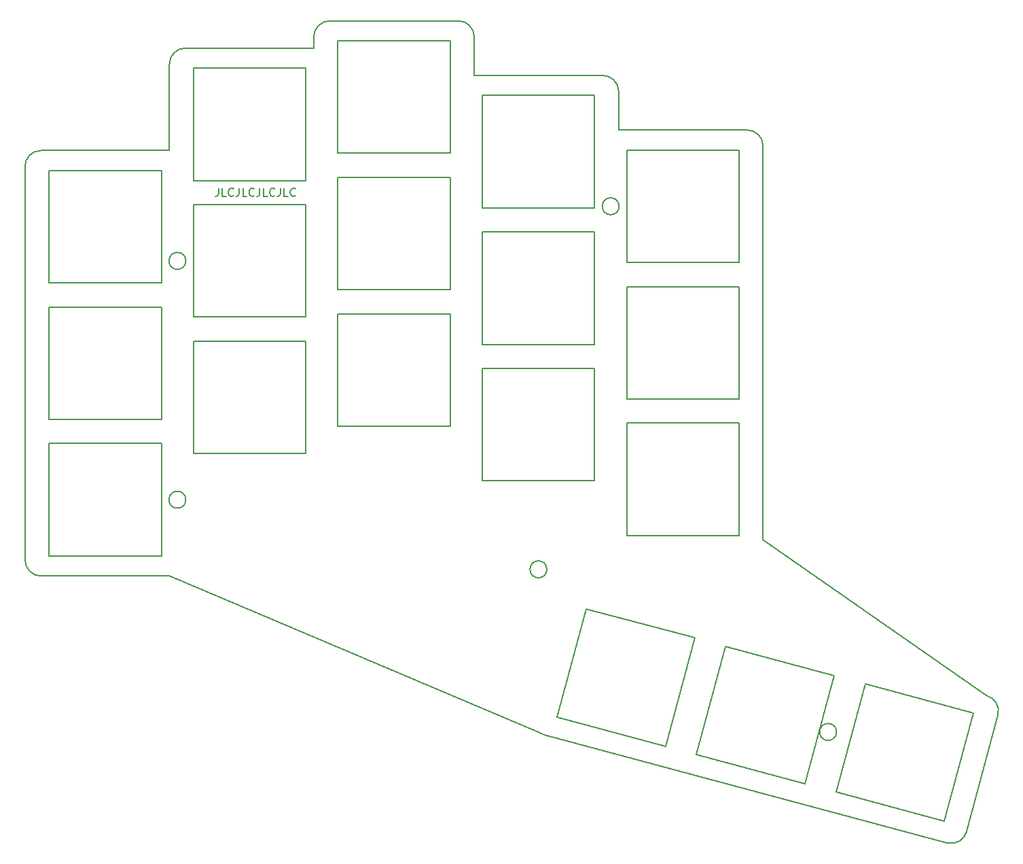
<source format=gbr>
G04 #@! TF.GenerationSoftware,KiCad,Pcbnew,5.1.5+dfsg1-2build2*
G04 #@! TF.CreationDate,2022-04-19T07:05:37+00:00*
G04 #@! TF.ProjectId,top_plate,746f705f-706c-4617-9465-2e6b69636164,v1.0.0*
G04 #@! TF.SameCoordinates,Original*
G04 #@! TF.FileFunction,Legend,Top*
G04 #@! TF.FilePolarity,Positive*
%FSLAX46Y46*%
G04 Gerber Fmt 4.6, Leading zero omitted, Abs format (unit mm)*
G04 Created by KiCad (PCBNEW 5.1.5+dfsg1-2build2) date 2022-04-19 07:05:37*
%MOMM*%
%LPD*%
G04 APERTURE LIST*
%ADD10C,0.150000*%
G04 #@! TA.AperFunction,Profile*
%ADD11C,0.150000*%
G04 #@! TD*
G04 APERTURE END LIST*
D10*
X32121309Y38797619D02*
X32121309Y38083333D01*
X32073690Y37940476D01*
X31978452Y37845238D01*
X31835595Y37797619D01*
X31740357Y37797619D01*
X33073690Y37797619D02*
X32597500Y37797619D01*
X32597500Y38797619D01*
X33978452Y37892857D02*
X33930833Y37845238D01*
X33787976Y37797619D01*
X33692738Y37797619D01*
X33549880Y37845238D01*
X33454642Y37940476D01*
X33407023Y38035714D01*
X33359404Y38226190D01*
X33359404Y38369047D01*
X33407023Y38559523D01*
X33454642Y38654761D01*
X33549880Y38750000D01*
X33692738Y38797619D01*
X33787976Y38797619D01*
X33930833Y38750000D01*
X33978452Y38702380D01*
X34692738Y38797619D02*
X34692738Y38083333D01*
X34645119Y37940476D01*
X34549880Y37845238D01*
X34407023Y37797619D01*
X34311785Y37797619D01*
X35645119Y37797619D02*
X35168928Y37797619D01*
X35168928Y38797619D01*
X36549880Y37892857D02*
X36502261Y37845238D01*
X36359404Y37797619D01*
X36264166Y37797619D01*
X36121309Y37845238D01*
X36026071Y37940476D01*
X35978452Y38035714D01*
X35930833Y38226190D01*
X35930833Y38369047D01*
X35978452Y38559523D01*
X36026071Y38654761D01*
X36121309Y38750000D01*
X36264166Y38797619D01*
X36359404Y38797619D01*
X36502261Y38750000D01*
X36549880Y38702380D01*
X37264166Y38797619D02*
X37264166Y38083333D01*
X37216547Y37940476D01*
X37121309Y37845238D01*
X36978452Y37797619D01*
X36883214Y37797619D01*
X38216547Y37797619D02*
X37740357Y37797619D01*
X37740357Y38797619D01*
X39121309Y37892857D02*
X39073690Y37845238D01*
X38930833Y37797619D01*
X38835595Y37797619D01*
X38692738Y37845238D01*
X38597500Y37940476D01*
X38549880Y38035714D01*
X38502261Y38226190D01*
X38502261Y38369047D01*
X38549880Y38559523D01*
X38597500Y38654761D01*
X38692738Y38750000D01*
X38835595Y38797619D01*
X38930833Y38797619D01*
X39073690Y38750000D01*
X39121309Y38702380D01*
X39835595Y38797619D02*
X39835595Y38083333D01*
X39787976Y37940476D01*
X39692738Y37845238D01*
X39549880Y37797619D01*
X39454642Y37797619D01*
X40787976Y37797619D02*
X40311785Y37797619D01*
X40311785Y38797619D01*
X41692738Y37892857D02*
X41645119Y37845238D01*
X41502261Y37797619D01*
X41407023Y37797619D01*
X41264166Y37845238D01*
X41168928Y37940476D01*
X41121309Y38035714D01*
X41073690Y38226190D01*
X41073690Y38369047D01*
X41121309Y38559523D01*
X41168928Y38654761D01*
X41264166Y38750000D01*
X41407023Y38797619D01*
X41502261Y38797619D01*
X41645119Y38750000D01*
X41692738Y38702380D01*
D11*
X10000000Y-9500000D02*
X26000000Y-9500000D01*
X8000000Y-7500000D02*
X8000000Y41500000D01*
X10000000Y-9500000D02*
G75*
G02X8000000Y-7500000I0J2000000D01*
G01*
X26000000Y43500000D02*
X10000000Y43500000D01*
X8000000Y41500000D02*
G75*
G02X10000000Y43500000I2000000J0D01*
G01*
X44000000Y56250000D02*
X28000000Y56250000D01*
X26000000Y54250000D02*
G75*
G02X28000000Y56250000I2000000J0D01*
G01*
X26000000Y54250000D02*
X26000000Y43500000D01*
X64000000Y52850000D02*
X64000000Y57650000D01*
X62000000Y59650000D02*
G75*
G02X64000000Y57650000I0J-2000000D01*
G01*
X62000000Y59650000D02*
X46000000Y59650000D01*
X44000000Y57650000D02*
G75*
G02X46000000Y59650000I2000000J0D01*
G01*
X44000000Y57650000D02*
X44000000Y56250000D01*
X82000000Y46050000D02*
X82000000Y50850000D01*
X80000000Y52850000D02*
G75*
G02X82000000Y50850000I0J-2000000D01*
G01*
X80000000Y52850000D02*
X64000000Y52850000D01*
X100000000Y-4950000D02*
X100000000Y44050000D01*
X98000000Y46050000D02*
G75*
G02X100000000Y44050000I0J-2000000D01*
G01*
X98000000Y46050000D02*
X82000000Y46050000D01*
X72707107Y-29274745D02*
X122935250Y-42733335D01*
X72707107Y-29274745D02*
G75*
G02X72197860Y-29059141I517638J1931852D01*
G01*
X125384739Y-41319122D02*
G75*
G02X122935250Y-42733335I-1931851J517638D01*
G01*
X125384740Y-41319122D02*
X129267025Y-26830234D01*
X127852812Y-24380745D02*
G75*
G02X129267025Y-26830234I-517638J-1931851D01*
G01*
X100000000Y-4950000D02*
X127852812Y-24380745D01*
X72197860Y-29059141D02*
X26000000Y-9500000D01*
X11000000Y-7000000D02*
X25000000Y-7000000D01*
X25000000Y-7000000D02*
X25000000Y7000000D01*
X25000000Y7000000D02*
X11000000Y7000000D01*
X11000000Y7000000D02*
X11000000Y-7000000D01*
X11000000Y10000000D02*
X25000000Y10000000D01*
X25000000Y10000000D02*
X25000000Y24000000D01*
X25000000Y24000000D02*
X11000000Y24000000D01*
X11000000Y24000000D02*
X11000000Y10000000D01*
X11000000Y27000000D02*
X25000000Y27000000D01*
X25000000Y27000000D02*
X25000000Y41000000D01*
X25000000Y41000000D02*
X11000000Y41000000D01*
X11000000Y41000000D02*
X11000000Y27000000D01*
X29000000Y5750000D02*
X43000000Y5750000D01*
X43000000Y5750000D02*
X43000000Y19750000D01*
X43000000Y19750000D02*
X29000000Y19750000D01*
X29000000Y19750000D02*
X29000000Y5750000D01*
X29000000Y22750000D02*
X43000000Y22750000D01*
X43000000Y22750000D02*
X43000000Y36750000D01*
X43000000Y36750000D02*
X29000000Y36750000D01*
X29000000Y36750000D02*
X29000000Y22750000D01*
X29000000Y39750000D02*
X43000000Y39750000D01*
X43000000Y39750000D02*
X43000000Y53750000D01*
X43000000Y53750000D02*
X29000000Y53750000D01*
X29000000Y53750000D02*
X29000000Y39750000D01*
X47000000Y9150000D02*
X61000000Y9150000D01*
X61000000Y9150000D02*
X61000000Y23150000D01*
X61000000Y23150000D02*
X47000000Y23150000D01*
X47000000Y23150000D02*
X47000000Y9150000D01*
X47000000Y26150000D02*
X61000000Y26150000D01*
X61000000Y26150000D02*
X61000000Y40150000D01*
X61000000Y40150000D02*
X47000000Y40150000D01*
X47000000Y40150000D02*
X47000000Y26150000D01*
X47000000Y43150000D02*
X61000000Y43150000D01*
X61000000Y43150000D02*
X61000000Y57150000D01*
X61000000Y57150000D02*
X47000000Y57150000D01*
X47000000Y57150000D02*
X47000000Y43150000D01*
X65000000Y2350000D02*
X79000000Y2350000D01*
X79000000Y2350000D02*
X79000000Y16350000D01*
X79000000Y16350000D02*
X65000000Y16350000D01*
X65000000Y16350000D02*
X65000000Y2350000D01*
X65000000Y19350000D02*
X79000000Y19350000D01*
X79000000Y19350000D02*
X79000000Y33350000D01*
X79000000Y33350000D02*
X65000000Y33350000D01*
X65000000Y33350000D02*
X65000000Y19350000D01*
X65000000Y36350000D02*
X79000000Y36350000D01*
X79000000Y36350000D02*
X79000000Y50350000D01*
X79000000Y50350000D02*
X65000000Y50350000D01*
X65000000Y50350000D02*
X65000000Y36350000D01*
X83000000Y-4450000D02*
X97000000Y-4450000D01*
X97000000Y-4450000D02*
X97000000Y9550000D01*
X97000000Y9550000D02*
X83000000Y9550000D01*
X83000000Y9550000D02*
X83000000Y-4450000D01*
X83000000Y12550000D02*
X97000000Y12550000D01*
X97000000Y12550000D02*
X97000000Y26550000D01*
X97000000Y26550000D02*
X83000000Y26550000D01*
X83000000Y26550000D02*
X83000000Y12550000D01*
X83000000Y29550000D02*
X97000000Y29550000D01*
X97000000Y29550000D02*
X97000000Y43550000D01*
X97000000Y43550000D02*
X83000000Y43550000D01*
X83000000Y43550000D02*
X83000000Y29550000D01*
X74320080Y-27118749D02*
X87843042Y-30742216D01*
X87843042Y-30742216D02*
X91466508Y-17219254D01*
X91466508Y-17219254D02*
X77943547Y-13595788D01*
X77943547Y-13595788D02*
X74320080Y-27118749D01*
X91706745Y-31777492D02*
X105229707Y-35400959D01*
X105229707Y-35400959D02*
X108853173Y-21877997D01*
X108853173Y-21877997D02*
X95330212Y-18254531D01*
X95330212Y-18254531D02*
X91706745Y-31777492D01*
X109093410Y-36436235D02*
X122616372Y-40059702D01*
X122616372Y-40059702D02*
X126239838Y-26536740D01*
X126239838Y-26536740D02*
X112716877Y-22913273D01*
X112716877Y-22913273D02*
X109093410Y-36436235D01*
X28050000Y29750000D02*
G75*
G03X28050000Y29750000I-1050000J0D01*
G01*
X28050000Y0D02*
G75*
G03X28050000Y0I-1050000J0D01*
G01*
X82050000Y36550000D02*
G75*
G03X82050000Y36550000I-1050000J0D01*
G01*
X73050000Y-8670000D02*
G75*
G03X73050000Y-8670000I-1050000J0D01*
G01*
X109153958Y-28924179D02*
G75*
G03X109153958Y-28924179I-1050000J0D01*
G01*
M02*

</source>
